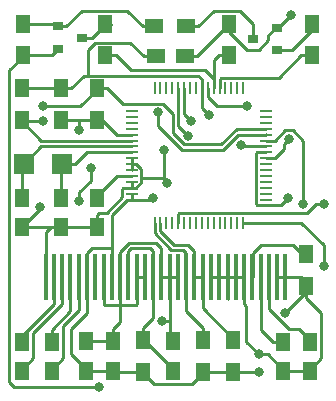
<source format=gtl>
G04 #@! TF.FileFunction,Copper,L1,Top,Signal*
%FSLAX46Y46*%
G04 Gerber Fmt 4.6, Leading zero omitted, Abs format (unit mm)*
G04 Created by KiCad (PCBNEW 4.0.7-e2-6376~58~ubuntu16.04.1) date Fri Jun 15 00:43:23 2018*
%MOMM*%
%LPD*%
G01*
G04 APERTURE LIST*
%ADD10C,0.100000*%
%ADD11R,1.000000X0.250000*%
%ADD12R,0.250000X1.000000*%
%ADD13R,1.300000X1.500000*%
%ADD14R,0.350000X4.000000*%
%ADD15R,1.250000X1.500000*%
%ADD16R,1.500000X1.250000*%
%ADD17R,1.750000X1.800000*%
%ADD18R,0.900000X0.800000*%
%ADD19R,1.500000X1.300000*%
%ADD20C,0.800000*%
%ADD21C,0.250000*%
G04 APERTURE END LIST*
D10*
D11*
X106220000Y-92556000D03*
X106220000Y-93056000D03*
X106220000Y-93556000D03*
X106220000Y-94056000D03*
X106220000Y-94556000D03*
X106220000Y-95056000D03*
X106220000Y-95556000D03*
X106220000Y-96056000D03*
X106220000Y-96556000D03*
X106220000Y-97056000D03*
X106220000Y-97556000D03*
X106220000Y-98056000D03*
X106220000Y-98556000D03*
X106220000Y-99056000D03*
X106220000Y-99556000D03*
X106220000Y-100056000D03*
D12*
X108170000Y-102006000D03*
X108670000Y-102006000D03*
X109170000Y-102006000D03*
X109670000Y-102006000D03*
X110170000Y-102006000D03*
X110670000Y-102006000D03*
X111170000Y-102006000D03*
X111670000Y-102006000D03*
X112170000Y-102006000D03*
X112670000Y-102006000D03*
X113170000Y-102006000D03*
X113670000Y-102006000D03*
X114170000Y-102006000D03*
X114670000Y-102006000D03*
X115170000Y-102006000D03*
X115670000Y-102006000D03*
D11*
X117620000Y-100056000D03*
X117620000Y-99556000D03*
X117620000Y-99056000D03*
X117620000Y-98556000D03*
X117620000Y-98056000D03*
X117620000Y-97556000D03*
X117620000Y-97056000D03*
X117620000Y-96556000D03*
X117620000Y-96056000D03*
X117620000Y-95556000D03*
X117620000Y-95056000D03*
X117620000Y-94556000D03*
X117620000Y-94056000D03*
X117620000Y-93556000D03*
X117620000Y-93056000D03*
X117620000Y-92556000D03*
D12*
X115670000Y-90606000D03*
X115170000Y-90606000D03*
X114670000Y-90606000D03*
X114170000Y-90606000D03*
X113670000Y-90606000D03*
X113170000Y-90606000D03*
X112670000Y-90606000D03*
X112170000Y-90606000D03*
X111670000Y-90606000D03*
X111170000Y-90606000D03*
X110670000Y-90606000D03*
X110170000Y-90606000D03*
X109670000Y-90606000D03*
X109170000Y-90606000D03*
X108670000Y-90606000D03*
X108170000Y-90606000D03*
D13*
X112276000Y-114634000D03*
X112276000Y-111934000D03*
D14*
X98950000Y-106650000D03*
X99650000Y-106650000D03*
X100350000Y-106650000D03*
X101050000Y-106650000D03*
X101750000Y-106650000D03*
X102450000Y-106650000D03*
X103150000Y-106650000D03*
X103850000Y-106650000D03*
X104550000Y-106650000D03*
X105250000Y-106650000D03*
X105950000Y-106650000D03*
X106650000Y-106650000D03*
X107350000Y-106650000D03*
X108050000Y-106650000D03*
X108750000Y-106650000D03*
X109450000Y-106650000D03*
X110150000Y-106650000D03*
X110850000Y-106650000D03*
X111550000Y-106650000D03*
X112250000Y-106650000D03*
X112950000Y-106650000D03*
X113650000Y-106650000D03*
X114350000Y-106650000D03*
X115050000Y-106650000D03*
X115750000Y-106650000D03*
X116450000Y-106650000D03*
X117150000Y-106650000D03*
X117850000Y-106650000D03*
X118550000Y-106650000D03*
X119250000Y-106650000D03*
D15*
X96934000Y-112074000D03*
X96934000Y-114574000D03*
X103284000Y-99882000D03*
X103284000Y-102382000D03*
D16*
X108250000Y-87900000D03*
X110750000Y-87900000D03*
D15*
X96934000Y-99882000D03*
X96934000Y-102382000D03*
X100236000Y-99882000D03*
X100236000Y-102382000D03*
X99474000Y-112074000D03*
X99474000Y-114574000D03*
X119032000Y-112074000D03*
X119032000Y-114574000D03*
X121318000Y-112074000D03*
X121318000Y-114574000D03*
D13*
X96934000Y-90638000D03*
X96934000Y-93338000D03*
X100236000Y-90638000D03*
X100236000Y-93338000D03*
X103284000Y-93338000D03*
X103284000Y-90638000D03*
X121000000Y-104650000D03*
X121000000Y-107350000D03*
D17*
X97087000Y-97068000D03*
X100337000Y-97068000D03*
D15*
X102370000Y-114534000D03*
X102370000Y-112034000D03*
X104656000Y-114534000D03*
X104656000Y-112034000D03*
X109736000Y-114534000D03*
X109736000Y-112034000D03*
D13*
X114816000Y-114634000D03*
X114816000Y-111934000D03*
X107196000Y-111934000D03*
X107196000Y-114634000D03*
D18*
X118500000Y-87400000D03*
X118500000Y-85500000D03*
X116500000Y-86450000D03*
X100000000Y-85400000D03*
X100000000Y-87300000D03*
X102000000Y-86350000D03*
D13*
X121500000Y-85150000D03*
X121500000Y-87850000D03*
X97000000Y-87850000D03*
X97000000Y-85150000D03*
D19*
X108150000Y-85400000D03*
X110850000Y-85400000D03*
D13*
X104000000Y-85150000D03*
X104000000Y-87850000D03*
X114500000Y-87850000D03*
X114500000Y-85150000D03*
D20*
X119250000Y-109650000D03*
X108770184Y-110294879D03*
X117000000Y-113150000D03*
X109250000Y-98650000D03*
X119750000Y-84400000D03*
X116000000Y-92150000D03*
X109000000Y-95900000D03*
X98500000Y-100650000D03*
X112750000Y-92900000D03*
X108000000Y-99900000D03*
X117000000Y-114650000D03*
X108500000Y-92650000D03*
X98750000Y-92150000D03*
X98750000Y-93400000D03*
X101750000Y-94150000D03*
X102750000Y-97400000D03*
X101750000Y-100150000D03*
X122500000Y-100400000D03*
X122500000Y-105650000D03*
X119525653Y-94925653D03*
X115500000Y-95400000D03*
X103500000Y-115900000D03*
X119500000Y-99900000D03*
X120750000Y-100400000D03*
X111250000Y-93400000D03*
X111000000Y-94650000D03*
D21*
X109000000Y-95900000D02*
X109000000Y-98400000D01*
X109000000Y-98400000D02*
X109250000Y-98650000D01*
X108850001Y-98250001D02*
X109250000Y-98650000D01*
X119250000Y-109650000D02*
X121000000Y-107900000D01*
X121000000Y-107900000D02*
X121000000Y-107350000D01*
X118500000Y-85500000D02*
X118650000Y-85500000D01*
X118650000Y-85500000D02*
X119750000Y-84400000D01*
X109450000Y-106650000D02*
X109450000Y-110400000D01*
X109450000Y-110400000D02*
X109450000Y-111748000D01*
X109344879Y-110294879D02*
X109450000Y-110400000D01*
X108770184Y-110294879D02*
X109344879Y-110294879D01*
X117000000Y-113150000D02*
X115949999Y-112099999D01*
X115949999Y-112099999D02*
X115949999Y-109099999D01*
X115949999Y-109099999D02*
X115750000Y-108900000D01*
X115750000Y-108900000D02*
X115750000Y-106650000D01*
X119032000Y-114449000D02*
X117733000Y-113150000D01*
X117733000Y-113150000D02*
X117000000Y-113150000D01*
X107045001Y-98605999D02*
X107045001Y-98150000D01*
X107045001Y-98150000D02*
X107045001Y-97506001D01*
X108850001Y-98250001D02*
X107145002Y-98250001D01*
X107145002Y-98250001D02*
X107045001Y-98150000D01*
X114500000Y-85150000D02*
X114500000Y-85885002D01*
X117800000Y-86150000D02*
X118450000Y-85500000D01*
X114500000Y-85885002D02*
X116014998Y-87400000D01*
X116014998Y-87400000D02*
X116985002Y-87400000D01*
X116985002Y-87400000D02*
X117800000Y-86585002D01*
X117800000Y-86585002D02*
X117800000Y-86150000D01*
X118450000Y-85500000D02*
X118500000Y-85500000D01*
X110750000Y-87900000D02*
X110875000Y-87900000D01*
X110750000Y-87900000D02*
X111750000Y-87900000D01*
X111750000Y-87900000D02*
X114500000Y-85150000D01*
X112670000Y-90606000D02*
X112670000Y-91356000D01*
X112670000Y-91356000D02*
X113464000Y-92150000D01*
X113464000Y-92150000D02*
X116000000Y-92150000D01*
X98950000Y-106650000D02*
X98950000Y-102793000D01*
X98950000Y-102793000D02*
X99361000Y-102382000D01*
X99361000Y-102382000D02*
X100236000Y-102382000D01*
X106595000Y-97056000D02*
X106220000Y-97056000D01*
X121000000Y-107350000D02*
X121000000Y-108350000D01*
X121000000Y-108350000D02*
X122268001Y-109618001D01*
X122268001Y-113498999D02*
X121318000Y-114449000D01*
X122268001Y-109618001D02*
X122268001Y-113498999D01*
X121318000Y-114449000D02*
X121318000Y-114574000D01*
X121000000Y-107350000D02*
X121000000Y-107250000D01*
X105250000Y-106650000D02*
X105250000Y-104463590D01*
X105250000Y-104463590D02*
X106023599Y-103689991D01*
X106023599Y-103689991D02*
X108314991Y-103689991D01*
X108314991Y-103689991D02*
X108750000Y-104125000D01*
X108750000Y-104125000D02*
X108750000Y-106650000D01*
X98500000Y-100650000D02*
X98500000Y-100816000D01*
X98500000Y-100816000D02*
X96934000Y-102382000D01*
X119250000Y-106650000D02*
X120550000Y-106650000D01*
X120550000Y-106650000D02*
X121250000Y-107350000D01*
X118550000Y-106650000D02*
X119250000Y-106650000D01*
X119032000Y-114449000D02*
X119032000Y-114574000D01*
X102370000Y-112034000D02*
X104656000Y-112034000D01*
X103850000Y-106650000D02*
X103850000Y-108900000D01*
X103850000Y-108900000D02*
X103925001Y-108975001D01*
X103925001Y-108975001D02*
X105174999Y-108975001D01*
X105174999Y-108975001D02*
X105250000Y-108900000D01*
X105250000Y-108900000D02*
X105250000Y-106650000D01*
X105250000Y-108900000D02*
X105325001Y-108975001D01*
X105325001Y-108975001D02*
X106574999Y-108975001D01*
X106574999Y-108975001D02*
X106650000Y-108900000D01*
X106650000Y-108900000D02*
X106650000Y-106650000D01*
X104656000Y-112034000D02*
X104656000Y-111034000D01*
X104656000Y-111034000D02*
X105250000Y-110440000D01*
X105250000Y-110440000D02*
X105250000Y-106650000D01*
X109450000Y-111748000D02*
X109736000Y-112034000D01*
X100236000Y-102382000D02*
X103284000Y-102382000D01*
X121250000Y-107250000D02*
X121250000Y-107350000D01*
X115050000Y-106650000D02*
X115750000Y-106650000D01*
X114350000Y-106650000D02*
X115050000Y-106650000D01*
X113650000Y-106650000D02*
X114350000Y-106650000D01*
X112950000Y-106650000D02*
X113650000Y-106650000D01*
X109450000Y-106650000D02*
X110150000Y-106650000D01*
X108750000Y-106650000D02*
X109450000Y-106650000D01*
X118866200Y-114408200D02*
X119032000Y-114574000D01*
X96934000Y-102382000D02*
X100236000Y-102382000D01*
X121318000Y-114574000D02*
X119032000Y-114574000D01*
X121572000Y-114449000D02*
X121572000Y-114574000D01*
X114350000Y-108475000D02*
X114350000Y-106650000D01*
X106650000Y-106650000D02*
X107350000Y-106650000D01*
X106220000Y-99056000D02*
X106595000Y-99056000D01*
X106595000Y-99056000D02*
X107045001Y-98605999D01*
X107045001Y-97506001D02*
X106595000Y-97056000D01*
X103284000Y-102382000D02*
X103284000Y-101382000D01*
X103284000Y-101382000D02*
X103501401Y-101164599D01*
X105470000Y-99056000D02*
X106220000Y-99056000D01*
X103501401Y-101164599D02*
X104099991Y-101164599D01*
X104099991Y-101164599D02*
X105394999Y-99869591D01*
X105394999Y-99869591D02*
X105394999Y-99131001D01*
X105394999Y-99131001D02*
X105470000Y-99056000D01*
X106220000Y-97056000D02*
X106220000Y-96556000D01*
X106220000Y-97556000D02*
X106220000Y-97056000D01*
X106220000Y-99056000D02*
X106220000Y-98648001D01*
X112750000Y-92900000D02*
X112170000Y-92320000D01*
X112170000Y-92320000D02*
X112170000Y-90606000D01*
X106220000Y-100056000D02*
X107844000Y-100056000D01*
X107844000Y-100056000D02*
X108000000Y-99900000D01*
X102211001Y-89562999D02*
X102500000Y-89562999D01*
X102500000Y-89562999D02*
X111876999Y-89562999D01*
X108250000Y-87900000D02*
X107250000Y-87900000D01*
X107250000Y-87900000D02*
X106124999Y-86774999D01*
X106124999Y-86774999D02*
X103089999Y-86774999D01*
X103089999Y-86774999D02*
X102500000Y-87364998D01*
X102500000Y-87364998D02*
X102500000Y-89562999D01*
X114816000Y-114634000D02*
X116984000Y-114634000D01*
X116984000Y-114634000D02*
X117000000Y-114650000D01*
X102370000Y-114534000D02*
X102370000Y-114409000D01*
X102450000Y-109674410D02*
X102450000Y-106650000D01*
X102370000Y-114409000D02*
X101100000Y-113139000D01*
X101100000Y-113139000D02*
X101100000Y-111024410D01*
X101100000Y-111024410D02*
X102450000Y-109674410D01*
X104656000Y-114534000D02*
X102370000Y-114534000D01*
X102116000Y-114534000D02*
X102116000Y-114409000D01*
X107196000Y-114634000D02*
X104756000Y-114634000D01*
X104756000Y-114634000D02*
X104656000Y-114534000D01*
X114816000Y-114634000D02*
X112276000Y-114634000D01*
X112276000Y-114634000D02*
X112276000Y-114734000D01*
X112276000Y-114734000D02*
X111376000Y-115634000D01*
X111376000Y-115634000D02*
X108096000Y-115634000D01*
X108096000Y-115634000D02*
X107196000Y-114734000D01*
X107196000Y-114734000D02*
X107196000Y-114634000D01*
X104550000Y-106650000D02*
X104550000Y-104140000D01*
X104550000Y-104140000D02*
X104550000Y-101351000D01*
X102450000Y-106650000D02*
X102450000Y-104589998D01*
X102450000Y-104589998D02*
X102899998Y-104140000D01*
X102899998Y-104140000D02*
X104550000Y-104140000D01*
X112170000Y-89856000D02*
X112170000Y-90606000D01*
X102475000Y-106675000D02*
X102450000Y-106650000D01*
X96934000Y-90638000D02*
X96934000Y-90738000D01*
X100236000Y-90638000D02*
X101136000Y-90638000D01*
X101136000Y-90638000D02*
X102211001Y-89562999D01*
X111876999Y-89562999D02*
X112170000Y-89856000D01*
X96934000Y-90638000D02*
X100236000Y-90638000D01*
X106220000Y-100056000D02*
X106220000Y-99556000D01*
X105845000Y-100056000D02*
X106220000Y-100056000D01*
X104550000Y-101351000D02*
X105845000Y-100056000D01*
X106220000Y-98056000D02*
X104985000Y-98056000D01*
X104985000Y-98056000D02*
X103284000Y-99757000D01*
X103284000Y-99757000D02*
X103284000Y-99882000D01*
X97087000Y-97068000D02*
X97087000Y-97043000D01*
X97087000Y-97043000D02*
X98574000Y-95556000D01*
X98574000Y-95556000D02*
X106220000Y-95556000D01*
X96934000Y-99882000D02*
X96934000Y-97221000D01*
X96934000Y-97221000D02*
X97087000Y-97068000D01*
X100337000Y-97068000D02*
X101462000Y-97068000D01*
X101462000Y-97068000D02*
X102474000Y-96056000D01*
X102474000Y-96056000D02*
X106220000Y-96056000D01*
X100236000Y-99882000D02*
X100236000Y-97169000D01*
X100236000Y-97169000D02*
X100337000Y-97068000D01*
X96934000Y-112074000D02*
X96934000Y-111616000D01*
X96934000Y-111616000D02*
X99650000Y-108900000D01*
X99650000Y-108900000D02*
X99650000Y-106650000D01*
X100350000Y-106650000D02*
X100350000Y-108900000D01*
X100350000Y-108900000D02*
X97884001Y-111365999D01*
X96934000Y-114449000D02*
X96934000Y-114574000D01*
X97884001Y-111365999D02*
X97884001Y-113498999D01*
X97884001Y-113498999D02*
X96934000Y-114449000D01*
X99474000Y-112074000D02*
X99474000Y-111074000D01*
X99474000Y-111074000D02*
X101050000Y-109498000D01*
X101050000Y-109498000D02*
X101050000Y-106650000D01*
X99474000Y-114574000D02*
X99474000Y-114449000D01*
X99474000Y-114449000D02*
X100424001Y-113498999D01*
X100424001Y-113498999D02*
X100424001Y-110760409D01*
X100424001Y-110760409D02*
X101750000Y-109434410D01*
X101750000Y-109434410D02*
X101750000Y-106650000D01*
X117150000Y-106650000D02*
X117150000Y-111067000D01*
X118157000Y-112074000D02*
X119032000Y-112074000D01*
X117150000Y-111067000D02*
X118157000Y-112074000D01*
X117850000Y-106650000D02*
X117850000Y-109323002D01*
X117850000Y-109323002D02*
X119525997Y-110998999D01*
X119525997Y-110998999D02*
X120367999Y-110998999D01*
X120367999Y-110998999D02*
X121318000Y-111949000D01*
X121318000Y-111949000D02*
X121318000Y-112074000D01*
X121572000Y-112074000D02*
X121572000Y-111949000D01*
X108500000Y-92650000D02*
X108500000Y-93859412D01*
X108500000Y-93859412D02*
X110465599Y-95825011D01*
X110465599Y-95825011D02*
X114001987Y-95825011D01*
X114001987Y-95825011D02*
X115270998Y-94556000D01*
X115270998Y-94556000D02*
X117620000Y-94556000D01*
X117609400Y-94545400D02*
X117620000Y-94556000D01*
X103284000Y-90638000D02*
X104184000Y-90638000D01*
X115134588Y-94056000D02*
X116870000Y-94056000D01*
X104184000Y-90638000D02*
X105470999Y-91924999D01*
X105470999Y-91924999D02*
X108848001Y-91924999D01*
X108848001Y-91924999D02*
X109719991Y-92796989D01*
X109719991Y-92796989D02*
X109719991Y-94442993D01*
X109719991Y-94442993D02*
X110651999Y-95375001D01*
X110651999Y-95375001D02*
X113815587Y-95375001D01*
X113815587Y-95375001D02*
X115134588Y-94056000D01*
X116870000Y-94056000D02*
X117620000Y-94056000D01*
X103284000Y-90638000D02*
X103284000Y-90738000D01*
X103284000Y-90738000D02*
X101872000Y-92150000D01*
X101872000Y-92150000D02*
X98750000Y-92150000D01*
X98750000Y-93400000D02*
X96996000Y-93400000D01*
X96996000Y-93400000D02*
X96934000Y-93338000D01*
X106220000Y-95056000D02*
X98552000Y-95056000D01*
X98552000Y-95056000D02*
X96934000Y-93438000D01*
X96934000Y-93438000D02*
X96934000Y-93338000D01*
X101750000Y-93338000D02*
X103284000Y-93338000D01*
X100236000Y-93338000D02*
X101750000Y-93338000D01*
X101750000Y-93338000D02*
X101750000Y-94150000D01*
X103757000Y-93338000D02*
X104975000Y-94556000D01*
X104975000Y-94556000D02*
X106220000Y-94556000D01*
X103284000Y-93338000D02*
X103757000Y-93338000D01*
X101750000Y-100150000D02*
X101750000Y-99455998D01*
X101750000Y-99455998D02*
X102750000Y-98455998D01*
X102750000Y-98455998D02*
X102750000Y-97400000D01*
X121250000Y-104650000D02*
X120646412Y-104650000D01*
X116492000Y-106608000D02*
X116450000Y-106650000D01*
X120646412Y-104650000D02*
X119871401Y-103874989D01*
X119871401Y-103874989D02*
X117165009Y-103874989D01*
X117165009Y-103874989D02*
X116492000Y-104547998D01*
X116492000Y-104547998D02*
X116492000Y-106608000D01*
X112276000Y-111934000D02*
X112276000Y-110934000D01*
X112276000Y-110934000D02*
X110850000Y-109508000D01*
X110850000Y-109508000D02*
X110850000Y-106650000D01*
X108170000Y-102006000D02*
X108170000Y-102892410D01*
X110850000Y-104589998D02*
X110850000Y-106650000D01*
X108170000Y-102892410D02*
X109602589Y-104324999D01*
X109602589Y-104324999D02*
X110585001Y-104324999D01*
X110585001Y-104324999D02*
X110850000Y-104589998D01*
X114816000Y-111934000D02*
X114816000Y-111834000D01*
X114816000Y-111834000D02*
X112250000Y-109268000D01*
X112250000Y-109268000D02*
X112250000Y-106650000D01*
X111550000Y-106650000D02*
X112250000Y-106650000D01*
X108670000Y-102006000D02*
X108670000Y-102756000D01*
X111550000Y-104400000D02*
X111550000Y-106650000D01*
X108670000Y-102756000D02*
X109788989Y-103874989D01*
X111024989Y-103874989D02*
X111550000Y-104400000D01*
X109788989Y-103874989D02*
X111024989Y-103874989D01*
X122500000Y-100400000D02*
X121823002Y-100400000D01*
X121823002Y-100400000D02*
X121042003Y-101180999D01*
X121042003Y-101180999D02*
X110245001Y-101180999D01*
X110245001Y-101180999D02*
X110170000Y-101256000D01*
X110170000Y-101256000D02*
X110170000Y-102006000D01*
X122500000Y-105650000D02*
X122500000Y-103900000D01*
X120606000Y-102006000D02*
X115670000Y-102006000D01*
X122500000Y-103900000D02*
X120606000Y-102006000D01*
X117620000Y-96556000D02*
X118370000Y-96556000D01*
X118370000Y-96556000D02*
X119125654Y-95800346D01*
X119125654Y-95325652D02*
X119525653Y-94925653D01*
X119125654Y-95800346D02*
X119125654Y-95325652D01*
X115500000Y-95400000D02*
X115656000Y-95556000D01*
X115656000Y-95556000D02*
X117620000Y-95556000D01*
X107196000Y-111934000D02*
X107196000Y-110934000D01*
X107196000Y-110934000D02*
X108050000Y-110080000D01*
X108050000Y-110080000D02*
X108050000Y-106650000D01*
X109736000Y-114534000D02*
X109736000Y-114409000D01*
X109736000Y-114409000D02*
X107261000Y-111934000D01*
X107261000Y-111934000D02*
X107196000Y-111934000D01*
X105950000Y-106650000D02*
X105950000Y-104400000D01*
X105950000Y-104400000D02*
X106210000Y-104140000D01*
X107790000Y-104140000D02*
X108050000Y-104400000D01*
X108050000Y-104400000D02*
X108050000Y-106650000D01*
X106210000Y-104140000D02*
X107790000Y-104140000D01*
X103500000Y-115900000D02*
X96299998Y-115900000D01*
X97000000Y-87950000D02*
X97000000Y-87850000D01*
X96299998Y-115900000D02*
X95886999Y-115487001D01*
X95886999Y-115487001D02*
X95886999Y-89063001D01*
X95886999Y-89063001D02*
X97000000Y-87950000D01*
X97000000Y-87850000D02*
X99450000Y-87850000D01*
X99450000Y-87850000D02*
X100000000Y-87300000D01*
X118500000Y-87400000D02*
X119823002Y-87400000D01*
X119823002Y-87400000D02*
X121500000Y-85723002D01*
X121500000Y-85723002D02*
X121500000Y-85150000D01*
X121500000Y-85250000D02*
X121500000Y-85150000D01*
X110850000Y-85400000D02*
X111850000Y-85400000D01*
X111850000Y-85400000D02*
X113175001Y-84074999D01*
X113175001Y-84074999D02*
X115410001Y-84074999D01*
X116500000Y-85164998D02*
X116500000Y-86450000D01*
X115410001Y-84074999D02*
X116500000Y-85164998D01*
X100000000Y-85400000D02*
X100700000Y-85400000D01*
X100700000Y-85400000D02*
X102025001Y-84074999D01*
X102025001Y-84074999D02*
X105824999Y-84074999D01*
X105824999Y-84074999D02*
X107150000Y-85400000D01*
X107150000Y-85400000D02*
X108150000Y-85400000D01*
X97000000Y-85150000D02*
X99750000Y-85150000D01*
X99750000Y-85150000D02*
X100000000Y-85400000D01*
X102000000Y-86350000D02*
X102900000Y-86350000D01*
X102900000Y-86350000D02*
X104000000Y-85250000D01*
X104000000Y-85250000D02*
X104000000Y-85150000D01*
X104500000Y-85250000D02*
X104500000Y-85150000D01*
X116859999Y-100506001D02*
X118893999Y-100506001D01*
X117620000Y-96056000D02*
X116870000Y-96056000D01*
X116870000Y-96056000D02*
X116794999Y-96131001D01*
X116794999Y-96131001D02*
X116794999Y-100441001D01*
X116794999Y-100441001D02*
X116859999Y-100506001D01*
X118893999Y-100506001D02*
X119500000Y-99900000D01*
X113670000Y-90606000D02*
X113719999Y-90556001D01*
X113719999Y-90556001D02*
X113719999Y-89845999D01*
X113719999Y-89845999D02*
X113784999Y-89780999D01*
X113784999Y-89780999D02*
X118669001Y-89780999D01*
X118669001Y-89780999D02*
X120600000Y-87850000D01*
X120600000Y-87850000D02*
X121500000Y-87850000D01*
X113170000Y-90606000D02*
X113170000Y-88280000D01*
X113170000Y-88280000D02*
X113600000Y-87850000D01*
X113600000Y-87850000D02*
X114500000Y-87850000D01*
X104000000Y-87850000D02*
X104900000Y-87850000D01*
X104900000Y-87850000D02*
X106162989Y-89112989D01*
X106162989Y-89112989D02*
X112426989Y-89112989D01*
X112426989Y-89112989D02*
X113170000Y-89856000D01*
X113170000Y-89856000D02*
X113170000Y-90606000D01*
X120750000Y-95076998D02*
X120750000Y-100400000D01*
X117620000Y-95056000D02*
X118370000Y-95056000D01*
X119225348Y-94200652D02*
X119873654Y-94200652D01*
X118370000Y-95056000D02*
X119225348Y-94200652D01*
X119873654Y-94200652D02*
X120750000Y-95076998D01*
X110670000Y-90606000D02*
X110670000Y-92820000D01*
X110670000Y-92820000D02*
X111250000Y-93400000D01*
X110170000Y-90606000D02*
X110170000Y-93820000D01*
X110170000Y-93820000D02*
X111000000Y-94650000D01*
X110170000Y-90606000D02*
X110170000Y-90982000D01*
M02*

</source>
